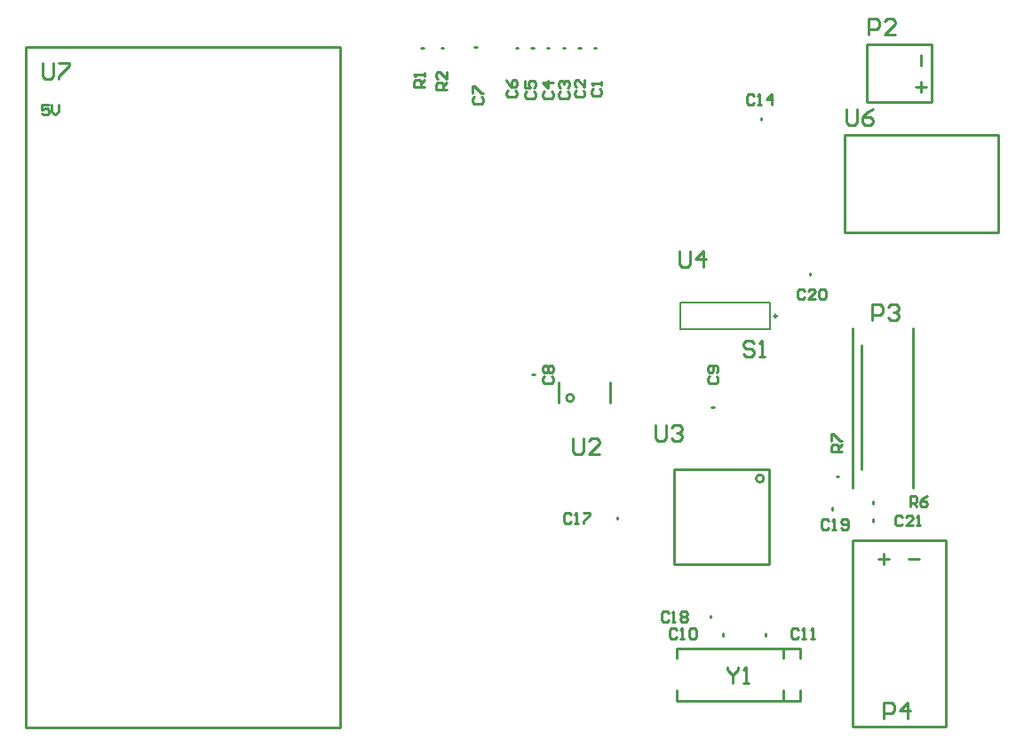
<source format=gto>
%FSLAX44Y44*%
%MOMM*%
G71*
G01*
G75*
%ADD10R,1.0000X1.0000*%
%ADD11R,0.7600X1.7800*%
%ADD12R,0.7200X1.7800*%
%ADD13R,1.0000X1.0000*%
%ADD14R,5.5000X2.0000*%
%ADD15R,2.6000X4.3000*%
%ADD16R,5.5000X5.7000*%
%ADD17R,1.5000X0.5500*%
%ADD18R,0.5500X1.5000*%
%ADD19C,0.3000*%
%ADD20C,0.6000*%
%ADD21C,1.2000*%
%ADD22C,0.4000*%
%ADD23C,2.0000*%
%ADD24C,0.2540*%
%ADD25C,1.8000*%
%ADD26C,1.7000*%
%ADD27C,2.0000*%
%ADD28R,2.0000X2.0000*%
%ADD29C,0.9000*%
%ADD30C,3.4000*%
%ADD31C,1.2700*%
%ADD32C,1.5000*%
%ADD33R,1.0000X1.4000*%
%ADD34C,0.2500*%
%ADD35C,0.2000*%
D24*
X532606Y325000D02*
G03*
X532606Y325000I-3606J0D01*
G01*
X713605Y248000D02*
G03*
X713605Y248000I-3606J0D01*
G01*
X10000Y10000D02*
X310000D01*
X10000D02*
Y660000D01*
X310000D01*
Y10000D02*
Y660000D01*
X493000Y347000D02*
X495000D01*
X518000Y320000D02*
Y340000D01*
X567000Y320000D02*
Y340000D01*
X438000Y660000D02*
X440000D01*
X552000Y659000D02*
X554000D01*
X537000D02*
X539000D01*
X522000D02*
X524000D01*
X507000D02*
X509000D01*
X492000D02*
X494000D01*
X477000D02*
X479000D01*
X406000D02*
X408000D01*
X387000D02*
X389000D01*
X675000Y98000D02*
Y100000D01*
X715000Y98000D02*
Y100000D01*
X748000Y76000D02*
Y86000D01*
X631000D02*
X748000D01*
X631000Y76000D02*
Y86000D01*
X748000Y36000D02*
Y46000D01*
X631000Y36000D02*
X748000D01*
X631000D02*
Y46000D01*
X732000Y36000D02*
Y46000D01*
Y76000D02*
Y86000D01*
X818000Y207000D02*
Y209000D01*
X783000Y250000D02*
X785000D01*
X818000Y224000D02*
Y226000D01*
X798000Y239300D02*
Y391700D01*
X856000Y239300D02*
Y391700D01*
X807000Y257000D02*
Y375000D01*
X758000Y442000D02*
Y444000D01*
X664000Y316000D02*
X666000D01*
X574000Y209000D02*
Y211000D01*
X663000Y115000D02*
Y117000D01*
X798000Y11000D02*
Y188800D01*
X886900D01*
X798000Y11000D02*
X886900D01*
Y188800D01*
X779000Y218000D02*
Y220000D01*
X791000Y483000D02*
Y576000D01*
Y483000D02*
X937000D01*
Y576000D01*
X791000D02*
X937000D01*
X628130Y256630D02*
X718630D01*
Y166130D02*
Y256630D01*
X628130Y166130D02*
X718630D01*
X628130D02*
Y256630D01*
X711000Y590000D02*
Y592000D01*
X812000Y607000D02*
X874000D01*
X812000Y662400D02*
X874000D01*
X812000Y607000D02*
Y662400D01*
X874000Y607000D02*
Y662400D01*
X26000Y644235D02*
Y631539D01*
X28539Y629000D01*
X33617D01*
X36157Y631539D01*
Y644235D01*
X41235D02*
X51392D01*
Y641696D01*
X41235Y631539D01*
Y629000D01*
X31665Y604997D02*
X25000D01*
Y599998D01*
X28332Y601665D01*
X29998D01*
X31665Y599998D01*
Y596666D01*
X29998Y595000D01*
X26666D01*
X25000Y596666D01*
X34997Y604997D02*
Y598332D01*
X38329Y595000D01*
X41661Y598332D01*
Y604997D01*
X504669Y345664D02*
X503003Y343998D01*
Y340666D01*
X504669Y339000D01*
X511334D01*
X513000Y340666D01*
Y343998D01*
X511334Y345664D01*
X504669Y348997D02*
X503003Y350663D01*
Y353995D01*
X504669Y355661D01*
X506335D01*
X508002Y353995D01*
X509668Y355661D01*
X511334D01*
X513000Y353995D01*
Y350663D01*
X511334Y348997D01*
X509668D01*
X508002Y350663D01*
X506335Y348997D01*
X504669D01*
X508002Y350663D02*
Y353995D01*
X532000Y286235D02*
Y273539D01*
X534539Y271000D01*
X539618D01*
X542157Y273539D01*
Y286235D01*
X557392Y271000D02*
X547235D01*
X557392Y281157D01*
Y283696D01*
X554853Y286235D01*
X549774D01*
X547235Y283696D01*
X437669Y612664D02*
X436003Y610998D01*
Y607666D01*
X437669Y606000D01*
X444334D01*
X446000Y607666D01*
Y610998D01*
X444334Y612664D01*
X436003Y615997D02*
Y622661D01*
X437669D01*
X444334Y615997D01*
X446000D01*
X550669Y619664D02*
X549003Y617998D01*
Y614666D01*
X550669Y613000D01*
X557334D01*
X559000Y614666D01*
Y617998D01*
X557334Y619664D01*
X559000Y622997D02*
Y626329D01*
Y624663D01*
X549003D01*
X550669Y622997D01*
X534669Y618665D02*
X533003Y616998D01*
Y613666D01*
X534669Y612000D01*
X541334D01*
X543000Y613666D01*
Y616998D01*
X541334Y618665D01*
X543000Y628661D02*
Y621997D01*
X536335Y628661D01*
X534669D01*
X533003Y626995D01*
Y623663D01*
X534669Y621997D01*
X519669Y617664D02*
X518003Y615998D01*
Y612666D01*
X519669Y611000D01*
X526334D01*
X528000Y612666D01*
Y615998D01*
X526334Y617664D01*
X519669Y620997D02*
X518003Y622663D01*
Y625995D01*
X519669Y627661D01*
X521335D01*
X523002Y625995D01*
Y624329D01*
Y625995D01*
X524668Y627661D01*
X526334D01*
X528000Y625995D01*
Y622663D01*
X526334Y620997D01*
X504669Y617664D02*
X503003Y615998D01*
Y612666D01*
X504669Y611000D01*
X511334D01*
X513000Y612666D01*
Y615998D01*
X511334Y617664D01*
X513000Y625995D02*
X503003D01*
X508002Y620997D01*
Y627661D01*
X487669Y617664D02*
X486003Y615998D01*
Y612666D01*
X487669Y611000D01*
X494334D01*
X496000Y612666D01*
Y615998D01*
X494334Y617664D01*
X486003Y627661D02*
Y620997D01*
X491002D01*
X489336Y624329D01*
Y625995D01*
X491002Y627661D01*
X494334D01*
X496000Y625995D01*
Y622663D01*
X494334Y620997D01*
X469669Y618665D02*
X468003Y616998D01*
Y613666D01*
X469669Y612000D01*
X476334D01*
X478000Y613666D01*
Y616998D01*
X476334Y618665D01*
X468003Y628661D02*
X469669Y625329D01*
X473002Y621997D01*
X476334D01*
X478000Y623663D01*
Y626995D01*
X476334Y628661D01*
X474668D01*
X473002Y626995D01*
Y621997D01*
X411000Y619000D02*
X401003D01*
Y623998D01*
X402669Y625664D01*
X406002D01*
X407668Y623998D01*
Y619000D01*
Y622332D02*
X411000Y625664D01*
Y635661D02*
Y628997D01*
X404336Y635661D01*
X402669D01*
X401003Y633995D01*
Y630663D01*
X402669Y628997D01*
X390000Y622000D02*
X380003D01*
Y626998D01*
X381669Y628665D01*
X385002D01*
X386668Y626998D01*
Y622000D01*
Y625332D02*
X390000Y628665D01*
Y631997D02*
Y635329D01*
Y633663D01*
X380003D01*
X381669Y631997D01*
X630664Y103331D02*
X628998Y104997D01*
X625666D01*
X624000Y103331D01*
Y96666D01*
X625666Y95000D01*
X628998D01*
X630664Y96666D01*
X633997Y95000D02*
X637329D01*
X635663D01*
Y104997D01*
X633997Y103331D01*
X642327D02*
X643994Y104997D01*
X647326D01*
X648992Y103331D01*
Y96666D01*
X647326Y95000D01*
X643994D01*
X642327Y96666D01*
Y103331D01*
X746665D02*
X744998Y104997D01*
X741666D01*
X740000Y103331D01*
Y96666D01*
X741666Y95000D01*
X744998D01*
X746665Y96666D01*
X749997Y95000D02*
X753329D01*
X751663D01*
Y104997D01*
X749997Y103331D01*
X758327Y95000D02*
X761660D01*
X759994D01*
Y104997D01*
X758327Y103331D01*
X679000Y68235D02*
Y65696D01*
X684078Y60617D01*
X689157Y65696D01*
Y68235D01*
X684078Y60617D02*
Y53000D01*
X694235D02*
X699313D01*
X696774D01*
Y68235D01*
X694235Y65696D01*
X845665Y211331D02*
X843998Y212997D01*
X840666D01*
X839000Y211331D01*
Y204666D01*
X840666Y203000D01*
X843998D01*
X845665Y204666D01*
X855661Y203000D02*
X848997D01*
X855661Y209664D01*
Y211331D01*
X853995Y212997D01*
X850663D01*
X848997Y211331D01*
X858994Y203000D02*
X862326D01*
X860660D01*
Y212997D01*
X858994Y211331D01*
X788000Y274000D02*
X778003D01*
Y278998D01*
X779669Y280665D01*
X783002D01*
X784668Y278998D01*
Y274000D01*
Y277332D02*
X788000Y280665D01*
X778003Y283997D02*
Y290661D01*
X779669D01*
X786334Y283997D01*
X788000D01*
X853000Y221000D02*
Y230997D01*
X857998D01*
X859665Y229331D01*
Y225998D01*
X857998Y224332D01*
X853000D01*
X856332D02*
X859665Y221000D01*
X869661Y230997D02*
X866329Y229331D01*
X862997Y225998D01*
Y222666D01*
X864663Y221000D01*
X867995D01*
X869661Y222666D01*
Y224332D01*
X867995Y225998D01*
X862997D01*
X817000Y399000D02*
Y414235D01*
X824617D01*
X827157Y411696D01*
Y406618D01*
X824617Y404078D01*
X817000D01*
X832235Y411696D02*
X834774Y414235D01*
X839853D01*
X842392Y411696D01*
Y409157D01*
X839853Y406618D01*
X837313D01*
X839853D01*
X842392Y404078D01*
Y401539D01*
X839853Y399000D01*
X834774D01*
X832235Y401539D01*
X704157Y376696D02*
X701618Y379235D01*
X696539D01*
X694000Y376696D01*
Y374157D01*
X696539Y371618D01*
X701618D01*
X704157Y369078D01*
Y366539D01*
X701618Y364000D01*
X696539D01*
X694000Y366539D01*
X709235Y364000D02*
X714313D01*
X711774D01*
Y379235D01*
X709235Y376696D01*
X752664Y427331D02*
X750998Y428997D01*
X747666D01*
X746000Y427331D01*
Y420666D01*
X747666Y419000D01*
X750998D01*
X752664Y420666D01*
X762661Y419000D02*
X755997D01*
X762661Y425664D01*
Y427331D01*
X760995Y428997D01*
X757663D01*
X755997Y427331D01*
X765994D02*
X767660Y428997D01*
X770992D01*
X772658Y427331D01*
Y420666D01*
X770992Y419000D01*
X767660D01*
X765994Y420666D01*
Y427331D01*
X633000Y465235D02*
Y452539D01*
X635539Y450000D01*
X640618D01*
X643157Y452539D01*
Y465235D01*
X655853Y450000D02*
Y465235D01*
X648235Y457617D01*
X658392D01*
X661669Y345664D02*
X660003Y343998D01*
Y340666D01*
X661669Y339000D01*
X668334D01*
X670000Y340666D01*
Y343998D01*
X668334Y345664D01*
Y348997D02*
X670000Y350663D01*
Y353995D01*
X668334Y355661D01*
X661669D01*
X660003Y353995D01*
Y350663D01*
X661669Y348997D01*
X663335D01*
X665002Y350663D01*
Y355661D01*
X529664Y213331D02*
X527998Y214997D01*
X524666D01*
X523000Y213331D01*
Y206666D01*
X524666Y205000D01*
X527998D01*
X529664Y206666D01*
X532997Y205000D02*
X536329D01*
X534663D01*
Y214997D01*
X532997Y213331D01*
X541327Y214997D02*
X547992D01*
Y213331D01*
X541327Y206666D01*
Y205000D01*
X622664Y119331D02*
X620998Y120997D01*
X617666D01*
X616000Y119331D01*
Y112666D01*
X617666Y111000D01*
X620998D01*
X622664Y112666D01*
X625997Y111000D02*
X629329D01*
X627663D01*
Y120997D01*
X625997Y119331D01*
X634327D02*
X635993Y120997D01*
X639326D01*
X640992Y119331D01*
Y117664D01*
X639326Y115998D01*
X640992Y114332D01*
Y112666D01*
X639326Y111000D01*
X635993D01*
X634327Y112666D01*
Y114332D01*
X635993Y115998D01*
X634327Y117664D01*
Y119331D01*
X635993Y115998D02*
X639326D01*
X828000Y19000D02*
Y34235D01*
X835618D01*
X838157Y31696D01*
Y26618D01*
X835618Y24078D01*
X828000D01*
X850853Y19000D02*
Y34235D01*
X843235Y26618D01*
X853392D01*
X852000Y171618D02*
X862157D01*
X823000D02*
X833157D01*
X828078Y176696D02*
Y166539D01*
X775665Y207331D02*
X773998Y208997D01*
X770666D01*
X769000Y207331D01*
Y200666D01*
X770666Y199000D01*
X773998D01*
X775665Y200666D01*
X778997Y199000D02*
X782329D01*
X780663D01*
Y208997D01*
X778997Y207331D01*
X787327Y200666D02*
X788994Y199000D01*
X792326D01*
X793992Y200666D01*
Y207331D01*
X792326Y208997D01*
X788994D01*
X787327Y207331D01*
Y205665D01*
X788994Y203998D01*
X793992D01*
X792240Y600109D02*
Y587413D01*
X794779Y584874D01*
X799858D01*
X802397Y587413D01*
Y600109D01*
X817632D02*
X812553Y597570D01*
X807475Y592492D01*
Y587413D01*
X810014Y584874D01*
X815093D01*
X817632Y587413D01*
Y589953D01*
X815093Y592492D01*
X807475D01*
X610058Y299443D02*
Y286747D01*
X612597Y284208D01*
X617676D01*
X620215Y286747D01*
Y299443D01*
X625293Y296904D02*
X627832Y299443D01*
X632911D01*
X635450Y296904D01*
Y294365D01*
X632911Y291826D01*
X630372D01*
X632911D01*
X635450Y289286D01*
Y286747D01*
X632911Y284208D01*
X627832D01*
X625293Y286747D01*
X704181Y612931D02*
X702514Y614597D01*
X699182D01*
X697516Y612931D01*
Y606266D01*
X699182Y604600D01*
X702514D01*
X704181Y606266D01*
X707513Y604600D02*
X710845D01*
X709179D01*
Y614597D01*
X707513Y612931D01*
X720842Y604600D02*
Y614597D01*
X715844Y609599D01*
X722508D01*
X813244Y671386D02*
Y686621D01*
X820862D01*
X823401Y684082D01*
Y679004D01*
X820862Y676464D01*
X813244D01*
X838636Y671386D02*
X828479D01*
X838636Y681543D01*
Y684082D01*
X836097Y686621D01*
X831018D01*
X828479Y684082D01*
X863382Y617000D02*
Y627157D01*
X858304Y622078D02*
X868461D01*
X863382Y642000D02*
Y652157D01*
D34*
X725860Y403010D02*
G03*
X725860Y403010I-1250J0D01*
G01*
D35*
X634200Y390300D02*
X719800D01*
X634200D02*
Y415700D01*
X719800D01*
Y390300D02*
Y415700D01*
M02*

</source>
